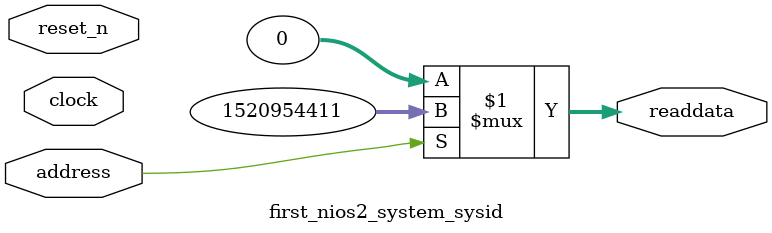
<source format=v>

`timescale 1ns / 1ps
// synthesis translate_on

// turn off superfluous verilog processor warnings 
// altera message_level Level1 
// altera message_off 10034 10035 10036 10037 10230 10240 10030 

module first_nios2_system_sysid (
               // inputs:
                address,
                clock,
                reset_n,

               // outputs:
                readdata
             )
;

  output  [ 31: 0] readdata;
  input            address;
  input            clock;
  input            reset_n;

  wire    [ 31: 0] readdata;
  //control_slave, which is an e_avalon_slave
  assign readdata = address ? 1520954411 : 0;

endmodule




</source>
